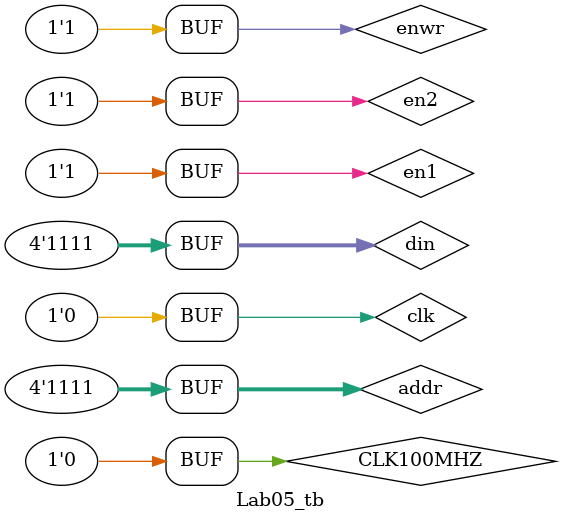
<source format=v>
`timescale 1ns / 1ps

module Lab05_tb;

    // Inputs
    reg [3:0] addr;
    reg [3:0] din;
    reg en1;
    reg en2;
    reg enwr;
    reg clk;
    reg CLK100MHZ;

    // Outputs
    wire [7:0] F;
    wire [7:0] AN;
    wire [15:0] LED;
    // Instantiate the Unit Under Test (UUT)
    Lab05 uut (
        .CLK100MHZ(CLK100MHZ), 
        .SW({5'b0,enwr,en2,en1,din,addr}),
        .BTN({clk,4'b0}),
        .LED(LED),
        .AN(AN),
        .F(F)
    );
    

    initial begin
        // Initialize inputs
        addr = 4'b0000;
        din = 4'b0000;
        en1 = 1'b0;
        en2 = 1'b0;
        clk = 1'b0;
        enwr = 1'b0;
        CLK100MHZ = 1'b0;

        // Wait for 100 ns for the clock to stabilize
        #100;

        // Enable clock
        clk = 1'b1;

        // Apply input values
        din = 4'b1010;
        en1 = 1'b1;
        addr = 4'b0010;
        en2 = 1'b1;
        enwr = 1'b1;

        // Wait for 100 ns
        #100;

        // Apply new input values
        din = 4'b1100;
        en1 = 1'b1;
        addr = 4'b0010;
        en2 = 1'b0;

        // Wait for 100 ns
        #100;

        // Apply new input values
        din = 4'b0110;
        en1 = 1'b1;
        addr = 4'b0001;
        en2 = 1'b1;

        // Wait for 100 ns
        #100;

        // Apply new input values
        din = 4'b1111;
        en1 = 1'b1;
        addr = 4'b1111;
        en2 = 1'b1;

        // Wait for 100 ns
        #100;

        // Stop clock
        clk = 1'b0;

        // Wait for 100 ns
        #100;
    end

endmodule
</source>
